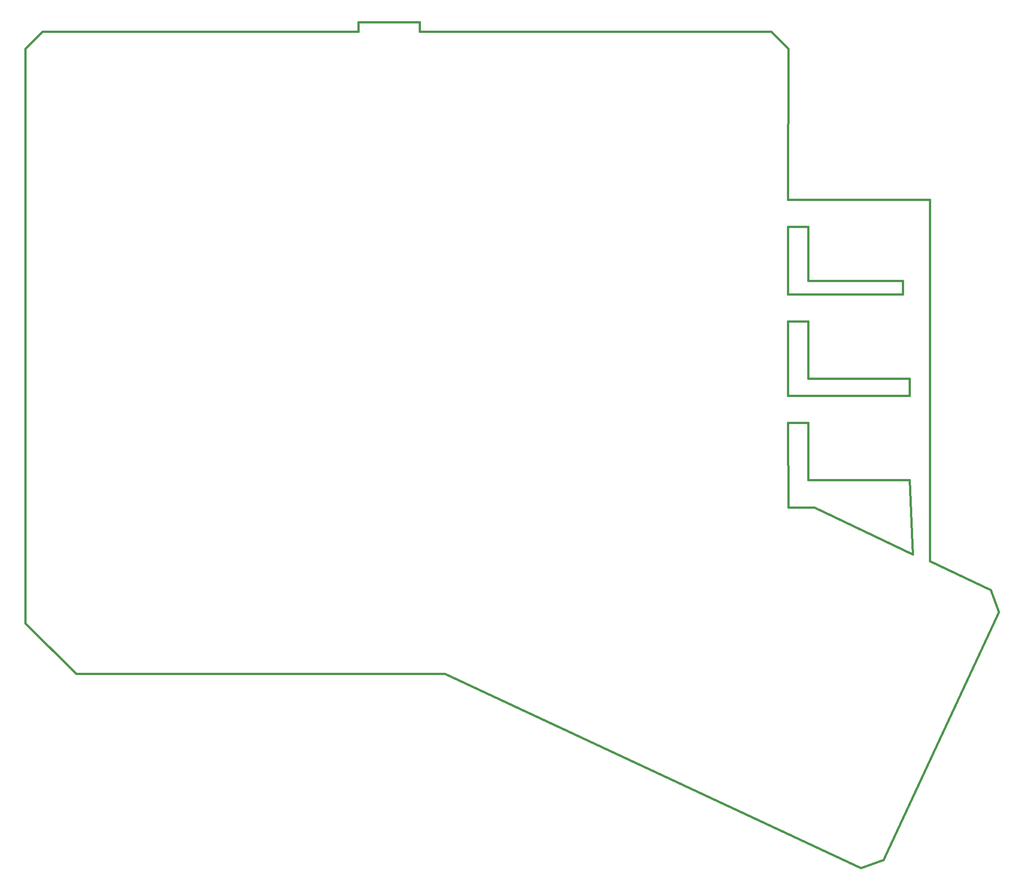
<source format=gm1>
%TF.GenerationSoftware,KiCad,Pcbnew,5.1.7*%
%TF.CreationDate,2020-10-15T21:30:19-07:00*%
%TF.ProjectId,ErgoDOX_left,4572676f-444f-4585-9f6c-6566742e6b69,2.0.0*%
%TF.SameCoordinates,Original*%
%TF.FileFunction,Profile,NP*%
%FSLAX46Y46*%
G04 Gerber Fmt 4.6, Leading zero omitted, Abs format (unit mm)*
G04 Created by KiCad (PCBNEW 5.1.7) date 2020-10-15 21:30:19*
%MOMM*%
%LPD*%
G01*
G04 APERTURE LIST*
%TA.AperFunction,Profile*%
%ADD10C,0.381000*%
%TD*%
G04 APERTURE END LIST*
D10*
X164846000Y-93218000D02*
X164941000Y-109166000D01*
X164846000Y-74168000D02*
X164846000Y-88138000D01*
X164846000Y-56388000D02*
X164846000Y-69088000D01*
X168656000Y-56388000D02*
X164846000Y-56388000D01*
X187706000Y-104013000D02*
X188341000Y-117983000D01*
X168656000Y-104013000D02*
X187706000Y-104013000D01*
X168656000Y-93218000D02*
X168656000Y-104013000D01*
X164846000Y-93218000D02*
X168656000Y-93218000D01*
X187706000Y-88138000D02*
X164846000Y-88138000D01*
X187706000Y-84963000D02*
X187706000Y-88138000D01*
X168656000Y-84963000D02*
X187706000Y-84963000D01*
X168656000Y-74168000D02*
X168656000Y-84963000D01*
X164846000Y-74168000D02*
X168656000Y-74168000D01*
X186436000Y-69088000D02*
X164846000Y-69088000D01*
X186436000Y-66548000D02*
X186436000Y-69088000D01*
X168656000Y-66548000D02*
X186436000Y-66548000D01*
X168656000Y-56388000D02*
X168656000Y-66548000D01*
X164846000Y-51308000D02*
X164941000Y-22933000D01*
X168656000Y-51308000D02*
X164846000Y-51308000D01*
X169843200Y-109166000D02*
X188341000Y-117983000D01*
X191516000Y-119253000D02*
X202934320Y-124596500D01*
X191516000Y-51308000D02*
X191516000Y-119253000D01*
X168656000Y-51308000D02*
X191516000Y-51308000D01*
X21634200Y-22933000D02*
X21634200Y-130883000D01*
X137431000Y-19758000D02*
X134031000Y-19758000D01*
X137431000Y-19758000D02*
X149675600Y-19758000D01*
X132505200Y-19758000D02*
X134031000Y-19758000D01*
X24809200Y-19758000D02*
X84143600Y-19758000D01*
X84143600Y-17980000D02*
X95649800Y-17980000D01*
X84143600Y-19758000D02*
X84143600Y-17980000D01*
X95649800Y-17980000D02*
X95649800Y-19758000D01*
X95649800Y-19758000D02*
X132505200Y-19758000D01*
X149675600Y-19758000D02*
X161740600Y-19758000D01*
X161740600Y-19758000D02*
X164941000Y-22933000D01*
X100399600Y-140408000D02*
X31159200Y-140408000D01*
X31159200Y-140408000D02*
X21634200Y-130883000D01*
X21634200Y-22933000D02*
X24809200Y-19758000D01*
X164941000Y-109166000D02*
X169843200Y-109166000D01*
X202934320Y-124596500D02*
X204471020Y-128815440D01*
X204471020Y-128815440D02*
X182787040Y-175317760D01*
X182787040Y-175317760D02*
X178568100Y-176851920D01*
X178568100Y-176851920D02*
X100399600Y-140408000D01*
M02*

</source>
